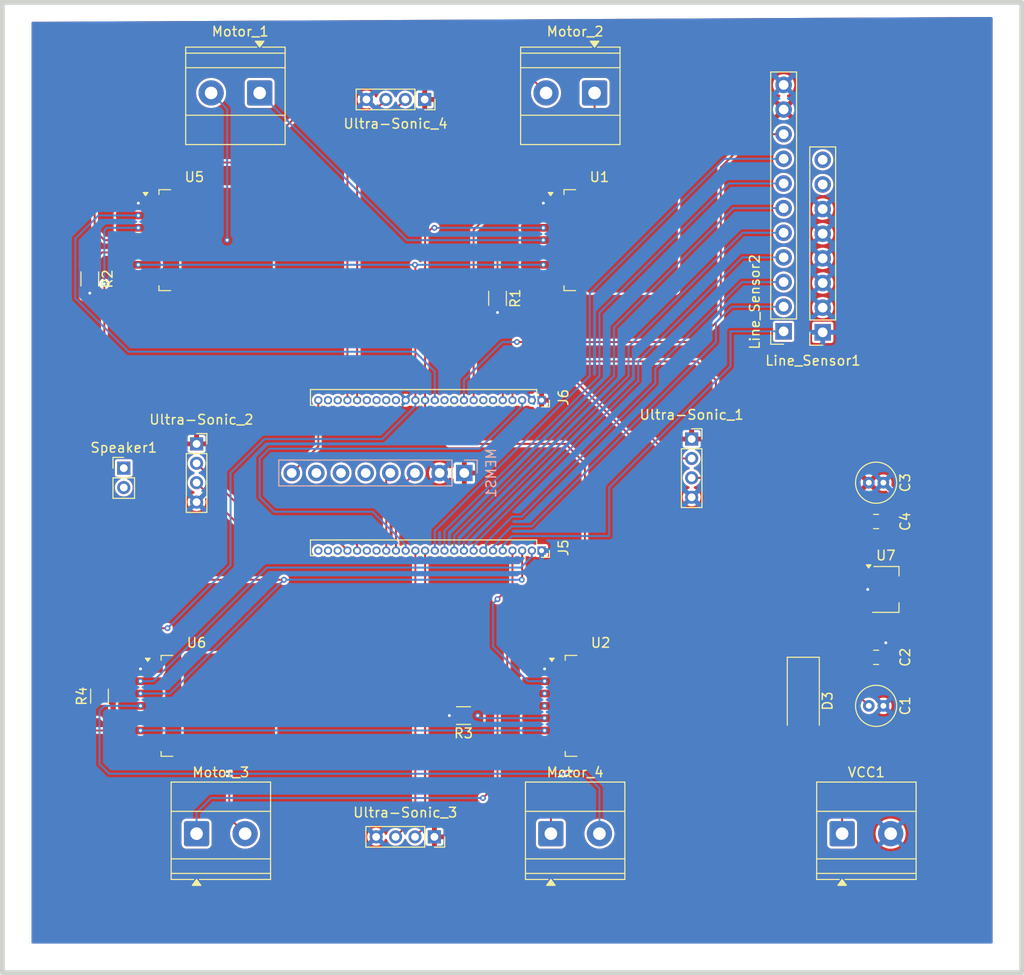
<source format=kicad_pcb>
(kicad_pcb (version 20241229) (generator "pcbnew") (generator_version "9.0")
  (layers (0 "F.Cu" signal) (2 "B.Cu" signal) (13 "F.Paste" user) (15 "B.Paste" user) (5 "F.SilkS" user "F.Silkscreen") (7 "B.SilkS" user "B.Silkscreen") (1 "F.Mask" user) (3 "B.Mask" user) (25 "Edge.Cuts" user))
  (net 0 "")
  (net 1 "Net-(D3-K)")
  (net 2 "GND")
  (net 3 "Motor 1-Out B")
  (net 4 "Motor 1-Out A")
  (net 5 "Motor 2-Out A")
  (net 6 "Motor 2-Out B")
  (net 7 "Motor 3-Out A")
  (net 8 "Motor 3-Out B")
  (net 9 "Motor 4-Out A")
  (net 10 "Motor 4-Out B")
  (net 26 "Net-(D3-A)")
  (net 27 "IS ")
  (net 28 "Net-(U1-SR)")
  (net 29 "PWM 1-Motor 1_2")
  (net 30 "Net-(U2-SR)")
  (net 31 "INH A")
  (net 32 "Net-(U5-SR)")
  (net 33 "Net-(U6-SR)")
  (net 34 "PWM 1-Motor 3_4")
  (net 35 "INH B")
  (net 36 "PWM 2-Motor 1_2")
  (net 37 "PWM 2-Motor 3_4")
  (net 38 "Speaker_'-'")
  (net 39 "Speaker_'+'")
  (net 40 "Vcc_5V")
  (net 41 "3.3V")
  (net 42 "PWM_INT")
  (net 45 "A{slash}D_2")
  (net 46 "A{slash}D_8")
  (net 47 "A{slash}D_4")
  (net 48 "LED_ON")
  (net 49 "A{slash}D_1")
  (net 50 "A{slash}D_7")
  (net 51 "A{slash}D_3")
  (net 52 "A{slash}D_6")
  (net 53 "A{slash}D_5")
  (net 57 "SDA")
  (net 58 "SCL")
  (net 59 "Echo_1")
  (net 60 "Trig_1")
  (net 61 "Trig_2")
  (net 62 "Echo_2")
  (net 63 "Echo_3")
  (net 64 "Trig_3")
  (net 65 "Trig_4")
  (net 66 "Echo_4")
  (footprint "Capacitor_SMD:C_0805_2012Metric_Pad1.18x1.45mm_HandSolder" (layer "F.Cu") (at 156 83)
    (property "Reference" "C2" (at 3 0 90) (layer "F.SilkS"))
    (property "Value" "0.3u")
    (pad "1" smd roundrect (at -1.0375 0) (size 1.175 1.45) (layers "F.Cu" "F.Mask" "F.Paste") (roundrect_rratio 0.212766) (net 1 "Net-(D3-K)"))
    (pad "2" smd roundrect (at 1.0375 0) (size 1.175 1.45) (layers "F.Cu" "F.Mask" "F.Paste") (roundrect_rratio 0.212766) (net 2 "GND"))
  )
  (footprint "Connector_PinSocket_1.00mm:PinSocket_1x24_P1.00mm_Vertical" (layer "F.Cu") (at 121.54 56.5 -90)
    (property "Reference" "J6" (at -0.29 -2.25 90) (layer "F.SilkS"))
    (property "Value" "Conn_01x24_Socket")
    (pad "1" thru_hole rect (at 0 0 270) (size 0.85 0.85) (drill 0.5) (layers "*.Cu" "*.Mask") (net 40 "Vcc_5V"))
    (pad "2" thru_hole circle (at 0 1 270) (size 0.85 0.85) (drill 0.5) (layers "*.Cu" "*.Mask") (net 2 "GND"))
    (pad "3" thru_hole circle (at 0 2 270) (size 0.85 0.85) (drill 0.5) (layers "*.Cu" "*.Mask") (net 41 "3.3V"))
    (pad "4" thru_hole circle (at 0 3 270) (size 0.85 0.85) (drill 0.5) (layers "*.Cu" "*.Mask") (net 60 "Trig_1"))
    (pad "5" thru_hole circle (at 0 4 270) (size 0.85 0.85) (drill 0.5) (layers "*.Cu" "*.Mask") (net 59 "Echo_1"))
    (pad "6" thru_hole circle (at 0 5 270) (size 0.85 0.85) (drill 0.5) (layers "*.Cu" "*.Mask"))
    (pad "7" thru_hole circle (at 0 6 270) (size 0.85 0.85) (drill 0.5) (layers "*.Cu" "*.Mask"))
    (pad "8" thru_hole circle (at 0 7 270) (size 0.85 0.85) (drill 0.5) (layers "*.Cu" "*.Mask") (net 29 "PWM 1-Motor 1_2"))
    (pad "9" thru_hole circle (at 0 8 270) (size 0.85 0.85) (drill 0.5) (layers "*.Cu" "*.Mask") (net 48 "LED_ON"))
    (pad "10" thru_hole circle (at 0 9 270) (size 0.85 0.85) (drill 0.5) (layers "*.Cu" "*.Mask"))
    (pad "11" thru_hole circle (at 0 10 270) (size 0.85 0.85) (drill 0.5) (layers "*.Cu" "*.Mask"))
    (pad "12" thru_hole circle (at 0 11 270) (size 0.85 0.85) (drill 0.5) (layers "*.Cu" "*.Mask") (net 36 "PWM 2-Motor 1_2"))
    (pad "13" thru_hole circle (at 0 12 270) (size 0.85 0.85) (drill 0.5) (layers "*.Cu" "*.Mask") (net 31 "INH A"))
    (pad "14" thru_hole circle (at 0 13 270) (size 0.85 0.85) (drill 0.5) (layers "*.Cu" "*.Mask") (net 27 "IS "))
    (pad "15" thru_hole circle (at 0 14 270) (size 0.85 0.85) (drill 0.5) (layers "*.Cu" "*.Mask") (net 2 "GND"))
    (pad "16" thru_hole circle (at 0 15 270) (size 0.85 0.85) (drill 0.5) (layers "*.Cu" "*.Mask"))
    (pad "17" thru_hole circle (at 0 16 270) (size 0.85 0.85) (drill 0.5) (layers "*.Cu" "*.Mask"))
    (pad "18" thru_hole circle (at 0 17 270) (size 0.85 0.85) (drill 0.5) (layers "*.Cu" "*.Mask"))
    (pad "19" thru_hole circle (at 0 18 270) (size 0.85 0.85) (drill 0.5) (layers "*.Cu" "*.Mask"))
    (pad "20" thru_hole circle (at 0 19 270) (size 0.85 0.85) (drill 0.5) (layers "*.Cu" "*.Mask") (net 65 "Trig_4"))
    (pad "21" thru_hole circle (at 0 20 270) (size 0.85 0.85) (drill 0.5) (layers "*.Cu" "*.Mask") (net 66 "Echo_4"))
    (pad "22" thru_hole circle (at 0 21 270) (size 0.85 0.85) (drill 0.5) (layers "*.Cu" "*.Mask"))
    (pad "23" thru_hole circle (at 0 22 270) (size 0.85 0.85) (drill 0.5) (layers "*.Cu" "*.Mask"))
    (pad "24" thru_hole circle (at 0 23 270) (size 0.85 0.85) (drill 0.5) (layers "*.Cu" "*.Mask") (net 42 "PWM_INT"))
  )
  (footprint "TerminalBlock_Phoenix:TerminalBlock_Phoenix_MKDS-1,5-2_1x02_P5.00mm_Horizontal" (layer "F.Cu") (at 152.5 101.1725)
    (property "Reference" "VCC1" (at 2.5 -6.32 0) (layer "F.SilkS"))
    (property "Value" "Screw_Terminal_01x02")
    (pad "1" thru_hole roundrect (at 0 0) (size 2.6 2.6) (drill 1.3) (layers "*.Cu" "*.Mask") (roundrect_rratio 0.096154) (net 26 "Net-(D3-A)"))
    (pad "2" thru_hole circle (at 5 0) (size 2.6 2.6) (drill 1.3) (layers "*.Cu" "*.Mask") (net 2 "GND"))
  )
  (footprint "Connector_PinHeader_2.00mm:PinHeader_1x02_P2.00mm_Vertical" (layer "F.Cu") (at 78.5 63.5)
    (property "Reference" "Speaker1" (at 0 -2.11 0) (layer "F.SilkS"))
    (property "Value" "Conn_01x02_Socket")
    (pad "1" thru_hole rect (at 0 0) (size 1.35 1.35) (drill 0.8) (layers "*.Cu" "*.Mask") (net 39 "Speaker_'+'"))
    (pad "2" thru_hole circle (at 0 2) (size 1.35 1.35) (drill 0.8) (layers "*.Cu" "*.Mask") (net 38 "Speaker_'-'"))
  )
  (footprint "Connector_PinSocket_2.00mm:PinSocket_1x04_P2.00mm_Vertical" (layer "F.Cu") (at 86 61)
    (property "Reference" "Ultra-Sonic_2" (at 0.5 -2.5 180) (layer "F.SilkS"))
    (property "Value" "Conn_01x04_Socket")
    (pad "1" thru_hole rect (at 0 0) (size 1.35 1.35) (drill 0.8) (layers "*.Cu" "*.Mask") (net 40 "Vcc_5V"))
    (pad "2" thru_hole circle (at 0 2) (size 1.35 1.35) (drill 0.8) (layers "*.Cu" "*.Mask") (net 61 "Trig_2"))
    (pad "3" thru_hole circle (at 0 4) (size 1.35 1.35) (drill 0.8) (layers "*.Cu" "*.Mask") (net 62 "Echo_2"))
    (pad "4" thru_hole circle (at 0 6) (size 1.35 1.35) (drill 0.8) (layers "*.Cu" "*.Mask") (net 2 "GND"))
  )
  (footprint "Package_TO_SOT_SMD:Infineon_PG-TO-220-7Lead_TabPin8" (layer "F.Cu") (at 87.0375 40)
    (property "Reference" "U5" (at -1.2625 -6.5 0) (layer "F.SilkS"))
    (property "Value" "BTS7960B")
    (pad "1" smd roundrect (at -7.0375 -3.81) (size 4.6 0.8) (layers "F.Cu" "F.Mask" "F.Paste") (net 2 "GND"))
    (pad "2" smd roundrect (at -7.0375 -2.54) (size 4.6 0.8) (layers "F.Cu" "F.Mask" "F.Paste") (net 36 "PWM 2-Motor 1_2"))
    (pad "3" smd roundrect (at -7.0375 -1.27) (size 4.6 0.8) (layers "F.Cu" "F.Mask" "F.Paste") (net 35 "INH B"))
    (pad "4" smd roundrect (at -7.0375 0) (size 4.6 0.8) (layers "F.Cu" "F.Mask" "F.Paste") (net 6 "Motor 2-Out B"))
    (pad "5" smd roundrect (at -7.0375 1.27) (size 4.6 0.8) (layers "F.Cu" "F.Mask" "F.Paste") (net 32 "Net-(U5-SR)"))
    (pad "6" smd roundrect (at -7.0375 2.54) (size 4.6 0.8) (layers "F.Cu" "F.Mask" "F.Paste") (net 27 "IS "))
    (pad "7" smd roundrect (at -7.0375 3.81) (size 4.6 0.8) (layers "F.Cu" "F.Mask" "F.Paste") (net 40 "Vcc_5V"))
    (pad "8" smd roundrect (at 2.1125 0) (size 9.4 10.8) (layers "F.Cu" "F.Mask") (roundrect_rratio 0.02659574468) (net 3 "Motor 1-Out B"))
  )
  (footprint "Connector_PinSocket_2.54mm:PinSocket_1x08_P2.54mm_Vertical" (layer "F.Cu") (at 150.5 49.5 180)
    (property "Reference" "Line_Sensor1" (at 1 -2.92 0) (layer "F.SilkS"))
    (property "Value" "Conn_01x08_Socket")
    (pad "1" thru_hole rect (at 0 0 180) (size 1.7 1.7) (drill 1) (layers "*.Cu" "*.Mask") (net 2 "GND"))
    (pad "2" thru_hole circle (at 0 2.54 180) (size 1.7 1.7) (drill 1) (layers "*.Cu" "*.Mask") (net 2 "GND"))
    (pad "3" thru_hole circle (at 0 5.08 180) (size 1.7 1.7) (drill 1) (layers "*.Cu" "*.Mask") (net 2 "GND"))
    (pad "4" thru_hole circle (at 0 7.62 180) (size 1.7 1.7) (drill 1) (layers "*.Cu" "*.Mask") (net 2 "GND"))
    (pad "5" thru_hole circle (at 0 10.16 180) (size 1.7 1.7) (drill 1) (layers "*.Cu" "*.Mask") (net 2 "GND"))
    (pad "6" thru_hole circle (at 0 12.7 180) (size 1.7 1.7) (drill 1) (layers "*.Cu" "*.Mask") (net 2 "GND"))
    (pad "7" thru_hole circle (at 0 15.24 180) (size 1.7 1.7) (drill 1) (layers "*.Cu" "*.Mask"))
    (pad "8" thru_hole circle (at 0 17.78 180) (size 1.7 1.7) (drill 1) (layers "*.Cu" "*.Mask"))
  )
  (footprint "Package_TO_SOT_SMD:SOT-89-3" (layer "F.Cu") (at 157 76)
    (property "Reference" "U7" (at 0 -3.5 0) (layer "F.SilkS"))
    (property "Value" "L78L05_SOT89")
    (pad "1" smd roundrect (at -1.95 -1.5) (size 1.3 0.9) (layers "F.Cu" "F.Mask" "F.Paste") (net 40 "Vcc_5V"))
    (pad "2" smd custom (at -1.8625 0) (size 1.475 0.9) (layers "F.Cu" "F.Mask" "F.Paste") (net 2 "GND") (options (clearance outline) (anchor rect)) (primitives (gr_poly (pts (xy 3.8625 0.8665) (xy 0.7375 0.8665) (xy 0.7375 -0.8665) (xy 3.8625 -0.8665)) (width 0) (fill yes))))
    (pad "3" smd roundrect (at -1.95 1.5) (size 1.3 0.9) (layers "F.Cu" "F.Mask" "F.Paste") (net 1 "Net-(D3-K)"))
  )
  (footprint "TerminalBlock_Phoenix:TerminalBlock_Phoenix_MKDS-1,5-2_1x02_P5.00mm_Horizontal" (layer "F.Cu") (at 92.5 24.8275 180)
    (property "Reference" "Motor_1" (at 2 6.3275 0) (layer "F.SilkS"))
    (property "Value" "Screw_Terminal_01x02")
    (pad "1" thru_hole roundrect (at 0 0 180) (size 2.6 2.6) (drill 1.3) (layers "*.Cu" "*.Mask") (roundrect_rratio 0.096154) (net 4 "Motor 1-Out A"))
    (pad "2" thru_hole circle (at 5 0 180) (size 2.6 2.6) (drill 1.3) (layers "*.Cu" "*.Mask") (net 3 "Motor 1-Out B"))
  )
  (footprint "Package_TO_SOT_SMD:Infineon_PG-TO-220-7Lead_TabPin8" (layer "F.Cu") (at 87.26 88)
    (property "Reference" "U6" (at -1.2625 -6.5 0) (layer "F.SilkS"))
    (property "Value" "BTS7960B")
    (pad "1" smd roundrect (at -7.0375 -3.81) (size 4.6 0.8) (layers "F.Cu" "F.Mask" "F.Paste") (net 2 "GND"))
    (pad "2" smd roundrect (at -7.0375 -2.54) (size 4.6 0.8) (layers "F.Cu" "F.Mask" "F.Paste") (net 37 "PWM 2-Motor 3_4"))
    (pad "3" smd roundrect (at -7.0375 -1.27) (size 4.6 0.8) (layers "F.Cu" "F.Mask" "F.Paste") (net 35 "INH B"))
    (pad "4" smd roundrect (at -7.0375 0) (size 4.6 0.8) (layers "F.Cu" "F.Mask" "F.Paste") (net 10 "Motor 4-Out B"))
    (pad "5" smd roundrect (at -7.0375 1.27) (size 4.6 0.8) (layers "F.Cu" "F.Mask" "F.Paste") (net 33 "Net-(U6-SR)"))
    (pad "6" smd roundrect (at -7.0375 2.54) (size 4.6 0.8) (layers "F.Cu" "F.Mask" "F.Paste") (net 27 "IS "))
    (pad "7" smd roundrect (at -7.0375 3.81) (size 4.6 0.8) (layers "F.Cu" "F.Mask" "F.Paste") (net 40 "Vcc_5V"))
    (pad "8" smd roundrect (at 2.1125 0) (size 9.4 10.8) (layers "F.Cu" "F.Mask") (roundrect_rratio 0.02659574468) (net 8 "Motor 3-Out B"))
  )
  (footprint "Resistor_SMD:R_1206_3216Metric" (layer "F.Cu") (at 113.5 89 180)
    (property "Reference" "R3" (at 0 -1.83 0) (layer "F.SilkS"))
    (property "Value" "1K")
    (pad "1" smd roundrect (at -1.4625 0 180) (size 1.125 1.75) (layers "F.Cu" "F.Mask" "F.Paste") (roundrect_rratio 0.222222) (net 30 "Net-(U2-SR)"))
    (pad "2" smd roundrect (at 1.4625 0 180) (size 1.125 1.75) (layers "F.Cu" "F.Mask" "F.Paste") (roundrect_rratio 0.222222) (net 2 "GND"))
  )
  (footprint "Connector_PinSocket_2.00mm:PinSocket_1x04_P2.00mm_Vertical" (layer "F.Cu") (at 110.5 101.5 -90)
    (property "Reference" "Ultra-Sonic_3" (at -2.5 3 0) (layer "F.SilkS"))
    (property "Value" "Conn_01x04_Socket")
    (pad "1" thru_hole rect (at 0 0 270) (size 1.35 1.35) (drill 0.8) (layers "*.Cu" "*.Mask") (net 40 "Vcc_5V"))
    (pad "2" thru_hole circle (at 0 2 270) (size 1.35 1.35) (drill 0.8) (layers "*.Cu" "*.Mask") (net 64 "Trig_3"))
    (pad "3" thru_hole circle (at 0 4 270) (size 1.35 1.35) (drill 0.8) (layers "*.Cu" "*.Mask") (net 63 "Echo_3"))
    (pad "4" thru_hole circle (at 0 6 270) (size 1.35 1.35) (drill 0.8) (layers "*.Cu" "*.Mask") (net 2 "GND"))
  )
  (footprint "Capacitor_THT:C_Radial_D4.0mm_H5.0mm_P1.50mm" (layer "F.Cu") (at 155.25 65)
    (property "Reference" "C3" (at 3.75 0 90) (layer "F.SilkS"))
    (property "Value" "C_US")
    (pad "1" thru_hole circle (at 0 0) (size 1.2 1.2) (drill 0.6) (layers "*.Cu" "*.Mask") (net 40 "Vcc_5V"))
    (pad "2" thru_hole circle (at 1.5 0) (size 1.2 1.2) (drill 0.6) (layers "*.Cu" "*.Mask") (net 2 "GND"))
  )
  (footprint "Diode_SMD:D_SMA_Handsoldering" (layer "F.Cu") (at 148.5 87.5 -90)
    (property "Reference" "D3" (at 0 -2.5 90) (layer "F.SilkS"))
    (property "Value" "D")
    (pad "1" smd roundrect (at -2.5 0 270) (size 3.5 1.8) (layers "F.Cu" "F.Mask" "F.Paste") (roundrect_rratio 0.1388888889) (net 1 "Net-(D3-K)"))
    (pad "2" smd roundrect (at 2.5 0 270) (size 3.5 1.8) (layers "F.Cu" "F.Mask" "F.Paste") (roundrect_rratio 0.1388888889) (net 26 "Net-(D3-A)"))
  )
  (footprint "Package_TO_SOT_SMD:Infineon_PG-TO-220-7Lead_TabPin8" (layer "F.Cu") (at 128.8875 88)
    (property "Reference" "U2" (at -1.2625 -6.5 0) (layer "F.SilkS"))
    (property "Value" "BTS7960B")
    (pad "1" smd roundrect (at -7.0375 -3.81) (size 4.6 0.8) (layers "F.Cu" "F.Mask" "F.Paste") (net 2 "GND"))
    (pad "2" smd roundrect (at -7.0375 -2.54) (size 4.6 0.8) (layers "F.Cu" "F.Mask" "F.Paste") (net 34 "PWM 1-Motor 3_4"))
    (pad "3" smd roundrect (at -7.0375 -1.27) (size 4.6 0.8) (layers "F.Cu" "F.Mask" "F.Paste") (net 31 "INH A"))
    (pad "4" smd roundrect (at -7.0375 0) (size 4.6 0.8) (layers "F.Cu" "F.Mask" "F.Paste") (net 7 "Motor 3-Out A"))
    (pad "5" smd roundrect (at -7.0375 1.27) (size 4.6 0.8) (layers "F.Cu" "F.Mask" "F.Paste") (net 30 "Net-(U2-SR)"))
    (pad "6" smd roundrect (at -7.0375 2.54) (size 4.6 0.8) (layers "F.Cu" "F.Mask" "F.Paste") (net 27 "IS "))
    (pad "7" smd roundrect (at -7.0375 3.81) (size 4.6 0.8) (layers "F.Cu" "F.Mask" "F.Paste") (net 40 "Vcc_5V"))
    (pad "8" smd roundrect (at 2.1125 0) (size 9.4 10.8) (layers "F.Cu" "F.Mask") (roundrect_rratio 0.02659574468) (net 9 "Motor 4-Out A"))
  )
  (footprint "Resistor_SMD:R_1206_3216Metric" (layer "F.Cu") (at 76 87 90)
    (property "Reference" "R4" (at 0 -1.83 90) (layer "F.SilkS"))
    (property "Value" "1K")
    (pad "1" smd roundrect (at -1.4625 0 90) (size 1.125 1.75) (layers "F.Cu" "F.Mask" "F.Paste") (roundrect_rratio 0.222222) (net 33 "Net-(U6-SR)"))
    (pad "2" smd roundrect (at 1.4625 0 90) (size 1.125 1.75) (layers "F.Cu" "F.Mask" "F.Paste") (roundrect_rratio 0.222222) (net 2 "GND"))
  )
  (footprint "TerminalBlock_Phoenix:TerminalBlock_Phoenix_MKDS-1,5-2_1x02_P5.00mm_Horizontal" (layer "F.Cu") (at 86 101.1725)
    (property "Reference" "Motor_3" (at 2.5 -6.32 0) (layer "F.SilkS"))
    (property "Value" "Screw_Terminal_01x02")
    (pad "1" thru_hole roundrect (at 0 0) (size 2.6 2.6) (drill 1.3) (layers "*.Cu" "*.Mask") (roundrect_rratio 0.096154) (net 7 "Motor 3-Out A"))
    (pad "2" thru_hole circle (at 5 0) (size 2.6 2.6) (drill 1.3) (layers "*.Cu" "*.Mask") (net 8 "Motor 3-Out B"))
  )
  (footprint "Connector_PinSocket_2.54mm:PinSocket_1x11_P2.54mm_Vertical" (layer "F.Cu") (at 146.475 49.4 180)
    (property "Reference" "Line_Sensor2" (at 2.975 3.04 90) (layer "F.SilkS"))
    (property "Value" "Conn_01x11_Socket")
    (pad "1" thru_hole rect (at 0 0 180) (size 1.7 1.7) (drill 1) (layers "*.Cu" "*.Mask") (net 49 "A{slash}D_1"))
    (pad "2" thru_hole circle (at 0 2.54 180) (size 1.7 1.7) (drill 1) (layers "*.Cu" "*.Mask") (net 45 "A{slash}D_2"))
    (pad "3" thru_hole circle (at 0 5.08 180) (size 1.7 1.7) (drill 1) (layers "*.Cu" "*.Mask") (net 51 "A{slash}D_3"))
    (pad "4" thru_hole circle (at 0 7.62 180) (size 1.7 1.7) (drill 1) (layers "*.Cu" "*.Mask") (net 47 "A{slash}D_4"))
    (pad "5" thru_hole circle (at 0 10.16 180) (size 1.7 1.7) (drill 1) (layers "*.Cu" "*.Mask") (net 53 "A{slash}D_5"))
    (pad "6" thru_hole circle (at 0 12.7 180) (size 1.7 1.7) (drill 1) (layers "*.Cu" "*.Mask") (net 52 "A{slash}D_6"))
    (pad "7" thru_hole circle (at 0 15.24 180) (size 1.7 1.7) (drill 1) (layers "*.Cu" "*.Mask") (net 50 "A{slash}D_7"))
    (pad "8" thru_hole circle (at 0 17.78 180) (size 1.7 1.7) (drill 1) (layers "*.Cu" "*.Mask") (net 46 "A{slash}D_8"))
    (pad "9" thru_hole circle (at 0 20.32 180) (size 1.7 1.7) (drill 1) (layers "*.Cu" "*.Mask") (net 48 "LED_ON"))
    (pad "10" thru_hole circle (at 0 22.86 180) (size 1.7 1.7) (drill 1) (layers "*.Cu" "*.Mask") (net 40 "Vcc_5V"))
    (pad "11" thru_hole circle (at 0 25.4 180) (size 1.7 1.7) (drill 1) (layers "*.Cu" "*.Mask") (net 2 "GND"))
  )
  (footprint "Capacitor_THT:C_Radial_D4.0mm_H5.0mm_P1.50mm" (layer "F.Cu") (at 155.25 88)
    (property "Reference" "C1" (at 3.75 0 90) (layer "F.SilkS"))
    (property "Value" "C_US")
    (pad "1" thru_hole circle (at 0 0) (size 1.2 1.2) (drill 0.6) (layers "*.Cu" "*.Mask") (net 1 "Net-(D3-K)"))
    (pad "2" thru_hole circle (at 1.5 0) (size 1.2 1.2) (drill 0.6) (layers "*.Cu" "*.Mask") (net 2 "GND"))
  )
  (footprint "Connector_PinSocket_2.00mm:PinSocket_1x04_P2.00mm_Vertical" (layer "F.Cu") (at 137 60.5)
    (property "Reference" "Ultra-Sonic_1" (at 0 -2.5 0) (layer "F.SilkS"))
    (property "Value" "Conn_01x04_Socket")
    (pad "1" thru_hole rect (at 0 0) (size 1.35 1.35) (drill 0.8) (layers "*.Cu" "*.Mask") (net 40 "Vcc_5V"))
    (pad "2" thru_hole circle (at 0 2) (size 1.35 1.35) (drill 0.8) (layers "*.Cu" "*.Mask") (net 60 "Trig_1"))
    (pad "3" thru_hole circle (at 0 4) (size 1.35 1.35) (drill 0.8) (layers "*.Cu" "*.Mask") (net 59 "Echo_1"))
    (pad "4" thru_hole circle (at 0 6) (size 1.35 1.35) (drill 0.8) (layers "*.Cu" "*.Mask") (net 2 "GND"))
  )
  (footprint "TerminalBlock_Phoenix:TerminalBlock_Phoenix_MKDS-1,5-2_1x02_P5.00mm_Horizontal" (layer "F.Cu") (at 122.5 101.1725)
    (property "Reference" "Motor_4" (at 2.5 -6.32 0) (layer "F.SilkS"))
    (property "Value" "Screw_Terminal_01x02")
    (pad "1" thru_hole roundrect (at 0 0) (size 2.6 2.6) (drill 1.3) (layers "*.Cu" "*.Mask") (roundrect_rratio 0.096154) (net 9 "Motor 4-Out A"))
    (pad "2" thru_hole circle (at 5 0) (size 2.6 2.6) (drill 1.3) (layers "*.Cu" "*.Mask") (net 10 "Motor 4-Out B"))
  )
  (footprint "TerminalBlock_Phoenix:TerminalBlock_Phoenix_MKDS-1,5-2_1x02_P5.00mm_Horizontal" (layer "F.Cu") (at 127 24.8275 180)
    (property "Reference" "Motor_2" (at 2 6.3275 0) (layer "F.SilkS"))
    (property "Value" "Screw_Terminal_01x02")
    (pad "1" thru_hole roundrect (at 0 0 180) (size 2.6 2.6) (drill 1.3) (layers "*.Cu" "*.Mask") (roundrect_rratio 0.096154) (net 5 "Motor 2-Out A"))
    (pad "2" thru_hole circle (at 5 0 180) (size 2.6 2.6) (drill 1.3) (layers "*.Cu" "*.Mask") (net 6 "Motor 2-Out B"))
  )
  (footprint "Resistor_SMD:R_1206_3216Metric" (layer "F.Cu") (at 75 44 -90)
    (property "Reference" "R2" (at 0 -1.83 90) (layer "F.SilkS"))
    (property "Value" "1K")
    (pad "1" smd roundrect (at -1.4625 0 270) (size 1.125 1.75) (layers "F.Cu" "F.Mask" "F.Paste") (roundrect_rratio 0.222222) (net 32 "Net-(U5-SR)"))
    (pad "2" smd roundrect (at 1.4625 0 270) (size 1.125 1.75) (layers "F.Cu" "F.Mask" "F.Paste") (roundrect_rratio 0.222222) (net 2 "GND"))
  )
  (footprint "Connector_PinSocket_1.00mm:PinSocket_1x24_P1.00mm_Vertical" (layer "F.Cu") (at 121.54 72 -90)
    (property "Reference" "J5" (at -0.29 -2.25 90) (layer "F.SilkS"))
    (property "Value" "Conn_01x24_Socket")
    (pad "1" thru_hole rect (at 0 0 270) (size 0.85 0.85) (drill 0.5) (layers "*.Cu" "*.Mask") (net 2 "GND"))
    (pad "2" thru_hole circle (at 0 1 270) (size 0.85 0.85) (drill 0.5) (layers "*.Cu" "*.Mask") (net 37 "PWM 2-Motor 3_4"))
    (pad "3" thru_hole circle (at 0 2 270) (size 0.85 0.85) (drill 0.5) (layers "*.Cu" "*.Mask") (net 35 "INH B"))
    (pad "4" thru_hole circle (at 0 3 270) (size 0.85 0.85) (drill 0.5) (layers "*.Cu" "*.Mask") (net 34 "PWM 1-Motor 3_4"))
    (pad "5" thru_hole circle (at 0 4 270) (size 0.85 0.85) (drill 0.5) (layers "*.Cu" "*.Mask") (net 49 "A{slash}D_1"))
    (pad "6" thru_hole circle (at 0 5 270) (size 0.85 0.85) (drill 0.5) (layers "*.Cu" "*.Mask") (net 45 "A{slash}D_2"))
    (pad "7" thru_hole circle (at 0 6 270) (size 0.85 0.85) (drill 0.5) (layers "*.Cu" "*.Mask") (net 51 "A{slash}D_3"))
    (pad "8" thru_hole circle (at 0 7 270) (size 0.85 0.85) (drill 0.5) (layers "*.Cu" "*.Mask") (net 47 "A{slash}D_4"))
    (pad "9" thru_hole circle (at 0 8 270) (size 0.85 0.85) (drill 0.5) (layers "*.Cu" "*.Mask") (net 53 "A{slash}D_5"))
    (pad "10" thru_hole circle (at 0 9 270) (size 0.85 0.85) (drill 0.5) (layers "*.Cu" "*.Mask") (net 52 "A{slash}D_6"))
    (pad "11" thru_hole circle (at 0 10 270) (size 0.85 0.85) (drill 0.5) (layers "*.Cu" "*.Mask") (net 50 "A{slash}D_7"))
    (pad "12" thru_hole circle (at 0 11 270) (size 0.85 0.85) (drill 0.5) (layers "*.Cu" "*.Mask") (net 46 "A{slash}D_8"))
    (pad "13" thru_hole circle (at 0 12 270) (size 0.85 0.85) (drill 0.5) (layers "*.Cu" "*.Mask") (net 64 "Trig_3"))
    (pad "14" thru_hole circle (at 0 13 270) (size 0.85 0.85) (drill 0.5) (layers "*.Cu" "*.Mask") (net 63 "Echo_3"))
    (pad "15" thru_hole circle (at 0 14 270) (size 0.85 0.85) (drill 0.5) (layers "*.Cu" "*.Mask") (net 41 "3.3V"))
    (pad "16" thru_hole circle (at 0 15 270) (size 0.85 0.85) (drill 0.5) (layers "*.Cu" "*.Mask") (net 58 "SCL"))
    (pad "17" thru_hole circle (at 0 16 270) (size 0.85 0.85) (drill 0.5) (layers "*.Cu" "*.Mask") (net 57 "SDA"))
    (pad "18" thru_hole circle (at 0 17 270) (size 0.85 0.85) (drill 0.5) (layers "*.Cu" "*.Mask"))
    (pad "19" thru_hole circle (at 0 18 270) (size 0.85 0.85) (drill 0.5) (layers "*.Cu" "*.Mask"))
    (pad "20" thru_hole circle (at 0 19 270) (size 0.85 0.85) (drill 0.5) (layers "*.Cu" "*.Mask") (net 61 "Trig_2"))
    (pad "21" thru_hole circle (at 0 20 270) (size 0.85 0.85) (drill 0.5) (layers "*.Cu" "*.Mask") (net 62 "Echo_2"))
    (pad "22" thru_hole circle (at 0 21 270) (size 0.85 0.85) (drill 0.5) (layers "*.Cu" "*.Mask"))
    (pad "23" thru_hole circle (at 0 22 270) (size 0.85 0.85) (drill 0.5) (layers "*.Cu" "*.Mask"))
    (pad "24" thru_hole circle (at 0 23 270) (size 0.85 0.85) (drill 0.5) (layers "*.Cu" "*.Mask"))
  )
  (footprint "Connector_PinSocket_2.00mm:PinSocket_1x04_P2.00mm_Vertical" (layer "F.Cu") (at 109.5 25.5 -90)
    (property "Reference" "Ultra-Sonic_4" (at 2.5 3 0) (layer "F.SilkS"))
    (property "Value" "Conn_01x04_Socket")
    (pad "1" thru_hole rect (at 0 0 270) (size 1.35 1.35) (drill 0.8) (layers "*.Cu" "*.Mask") (net 40 "Vcc_5V"))
    (pad "2" thru_hole circle (at 0 2 270) (size 1.35 1.35) (drill 0.8) (layers "*.Cu" "*.Mask") (net 65 "Trig_4"))
    (pad "3" thru_hole circle (at 0 4 270) (size 1.35 1.35) (drill 0.8) (layers "*.Cu" "*.Mask") (net 66 "Echo_4"))
    (pad "4" thru_hole circle (at 0 6 270) (size 1.35 1.35) (drill 0.8) (layers "*.Cu" "*.Mask") (net 2 "GND"))
  )
  (footprint "Resistor_SMD:R_1206_3216Metric" (layer "F.Cu") (at 117 46 -90)
    (property "Reference" "R1" (at 0 -1.83 90) (layer "F.SilkS"))
    (property "Value" "1K")
    (pad "1" smd roundrect (at -1.4625 0 270) (size 1.125 1.75) (layers "F.Cu" "F.Mask" "F.Paste") (roundrect_rratio 0.222222) (net 28 "Net-(U1-SR)"))
    (pad "2" smd roundrect (at 1.4625 0 270) (size 1.125 1.75) (layers "F.Cu" "F.Mask" "F.Paste") (roundrect_rratio 0.222222) (net 2 "GND"))
  )
  (footprint "Package_TO_SOT_SMD:Infineon_PG-TO-220-7Lead_TabPin8" (layer "F.Cu") (at 128.76 40)
    (property "Reference" "U1" (at -1.2625 -6.5 0) (layer "F.SilkS"))
    (property "Value" "BTS7960B")
    (pad "1" smd roundrect (at -7.0375 -3.81) (size 4.6 0.8) (layers "F.Cu" "F.Mask" "F.Paste") (net 2 "GND"))
    (pad "2" smd roundrect (at -7.0375 -2.54) (size 4.6 0.8) (layers "F.Cu" "F.Mask" "F.Paste") (net 29 "PWM 1-Motor 1_2"))
    (pad "3" smd roundrect (at -7.0375 -1.27) (size 4.6 0.8) (layers "F.Cu" "F.Mask" "F.Paste") (net 31 "INH A"))
    (pad "4" smd roundrect (at -7.0375 0) (size 4.6 0.8) (layers "F.Cu" "F.Mask" "F.Paste") (net 4 "Motor 1-Out A"))
    (pad "5" smd roundrect (at -7.0375 1.27) (size 4.6 0.8) (layers "F.Cu" "F.Mask" "F.Paste") (net 28 "Net-(U1-SR)"))
    (pad "6" smd roundrect (at -7.0375 2.54) (size 4.6 0.8) (layers "F.Cu" "F.Mask" "F.Paste") (net 27 "IS "))
    (pad "7" smd roundrect (at -7.0375 3.81) (size 4.6 0.8) (layers "F.Cu" "F.Mask" "F.Paste") (net 40 "Vcc_5V"))
    (pad "8" smd roundrect (at 2.1125 0) (size 9.4 10.8) (layers "F.Cu" "F.Mask") (roundrect_rratio 0.02659574468) (net 5 "Motor 2-Out A"))
  )
  (footprint "Capacitor_SMD:C_0805_2012Metric_Pad1.18x1.45mm_HandSolder" (layer "F.Cu") (at 156 69)
    (property "Reference" "C4" (at 3 0 90) (layer "F.SilkS"))
    (property "Value" "0.1u")
    (pad "1" smd roundrect (at -1.0375 0) (size 1.175 1.45) (layers "F.Cu" "F.Mask" "F.Paste") (roundrect_rratio 0.212766) (net 40 "Vcc_5V"))
    (pad "2" smd roundrect (at 1.0375 0) (size 1.175 1.45) (layers "F.Cu" "F.Mask" "F.Paste") (roundrect_rratio 0.212766) (net 2 "GND"))
  )
  (footprint "Connector_PinSocket_2.54mm:PinSocket_1x08_P2.54mm_Vertical" (layer "B.Cu") (at 113.58 64 90)
    (property "Reference" "MEMS1" (at 0 2.77 90) (layer "B.SilkS") (effects (justify mirror)))
    (property "Value" "Conn_01x08_Socket")
    (pad "1" thru_hole rect (at 0 0 90) (size 1.7 1.7) (drill 1) (layers "*.Cu" "*.Mask") (net 40 "Vcc_5V"))
    (pad "2" thru_hole circle (at 0 -2.54 90) (size 1.7 1.7) (drill 1) (layers "*.Cu" "*.Mask") (net 2 "GND"))
    (pad "3" thru_hole circle (at 0 -5.08 90) (size 1.7 1.7) (drill 1) (layers "*.Cu" "*.Mask") (net 58 "SCL"))
    (pad "4" thru_hole circle (at 0 -7.62 90) (size 1.7 1.7) (drill 1) (layers "*.Cu" "*.Mask") (net 57 "SDA"))
    (pad "5" thru_hole circle (at 0 -10.16 90) (size 1.7 1.7) (drill 1) (layers "*.Cu" "*.Mask"))
    (pad "6" thru_hole circle (at 0 -12.7 90) (size 1.7 1.7) (drill 1) (layers "*.Cu" "*.Mask"))
    (pad "7" thru_hole circle (at 0 -15.24 90) (size 1.7 1.7) (drill 1) (layers "*.Cu" "*.Mask"))
    (pad "8" thru_hole circle (at 0 -17.78 90) (size 1.7 1.7) (drill 1) (layers "*.Cu" "*.Mask") (net 42 "PWM_INT"))
  )
  (gr_rect (start 66 15.5) (end 171 115.5) (stroke (width 0.5)) (fill no) (layer "Edge.Cuts"))
  (segment (start 154 86.75) (end 155.25 88) (width 0.2) (layer "F.Cu") (net 1))
  (segment (start 154.9625 83) (end 154.9625 77.5875) (width 0.2) (layer "F.Cu") (net 1))
  (segment (start 149.5 85) (end 151.5 83) (width 0.2) (layer "F.Cu") (net 1))
  (segment (start 148.5 85) (end 149.5 85) (width 0.2) (layer "F.Cu") (net 1))
  (segment (start 154 83.9625) (end 154 86.75) (width 0.2) (layer "F.Cu") (net 1))
  (segment (start 154.9625 77.5875) (end 155.05 77.5) (width 0.2) (layer "F.Cu") (net 1))
  (segment (start 154.9625 83) (end 155 82.9625) (width 0.2) (layer "F.Cu") (net 1))
  (segment (start 154.9625 83) (end 154 83.9625) (width 0.2) (layer "F.Cu") (net 1))
  (segment (start 151.5 83) (end 154.9625 83) (width 0.2) (layer "F.Cu") (net 1))
  (segment (start 76.81 84.19) (end 80.2225 84.19) (width 0.2) (layer "F.Cu") (net 2))
  (segment (start 158 66.25) (end 158 68.0375) (width 0.2) (layer "F.Cu") (net 2))
  (segment (start 158 68.0375) (end 157.0375 69) (width 0.2) (layer "F.Cu") (net 2))
  (segment (start 76 85.5375) (end 76 85) (width 0.2) (layer "F.Cu") (net 2))
  (segment (start 76 85) (end 76.81 84.19) (width 0.2) (layer "F.Cu") (net 2))
  (segment (start 121.7225 36.19) (end 121.5325 36) (width 0.2) (layer "F.Cu") (net 2))
  (segment (start 156.75 65) (end 158 66.25) (width 0.2) (layer "F.Cu") (net 2))
  (segment (start 157 82.9625) (end 157.0375 83) (width 0.2) (layer "F.Cu") (net 2))
  (segment (start 156.75 83.2875) (end 157.0375 83) (width 0.2) (layer "F.Cu") (net 2))
  (segment (start 157.0375 69) (end 157.0375 69.0375) (width 0.2) (layer "F.Cu") (net 2))
  (segment (start 157 81.5) (end 157 82.9625) (width 0.2) (layer "F.Cu") (net 2))
  (via (at 155.1375 76) (size 0.6) (drill 0.3) (layers "F.Cu" "B.Cu") (net 2))
  (via (at 117 47.4625) (size 0.6) (drill 0.3) (layers "F.Cu" "B.Cu") (net 2))
  (via (at 80 36.19) (size 0.6) (drill 0.3) (layers "F.Cu" "B.Cu") (net 2))
  (via (at 80.2225 84.19) (size 0.6) (drill 0.3) (layers "F.Cu" "B.Cu") (net 2))
  (via (at 121.85 84.19) (size 0.6) (drill 0.3) (layers "F.Cu" "B.Cu") (net 2))
  (via (at 121.7225 36.19) (size 0.6) (drill 0.3) (layers "F.Cu" "B.Cu") (net 2))
  (via (at 157 81.5) (size 0.6) (drill 0.3) (layers "F.Cu" "B.Cu") (net 2))
  (via (at 75 45.4625) (size 0.6) (drill 0.3) (layers "F.Cu" "B.Cu") (net 2))
  (via (at 112.0375 89) (size 0.6) (drill 0.3) (layers "F.Cu" "B.Cu") (net 2))
  (segment (start 107.54 56.5) (end 107.54 56.54576) (width 0.2) (layer "B.Cu") (net 2))
  (segment (start 107.54 56.5) (end 107.54 56.57052) (width 0.2) (layer "B.Cu") (net 2))
  (segment (start 84.639 44.511) (end 89.15 40) (width 0.2) (layer "F.Cu") (net 3))
  (via (at 89.15 40) (size 0.6) (drill 0.3) (layers "F.Cu" "B.Cu") (net 3))
  (segment (start 87.5 24.8275) (end 89.15 26.4775) (width 0.2) (layer "B.Cu") (net 3))
  (segment (start 89.15 26.4775) (end 89.15 40) (width 0.2) (layer "B.Cu") (net 3))
  (via (at 121.7225 40) (size 0.6) (drill 0.3) (layers "F.Cu" "B.Cu") (net 4))
  (segment (start 121.7225 40) (end 107.6725 40) (width 0.2) (layer "B.Cu") (net 4))
  (segment (start 107.6725 40) (end 92.5 24.8275) (width 0.2) (layer "B.Cu") (net 4))
  (segment (start 127 24.8275) (end 127 36.1275) (width 0.2) (layer "F.Cu") (net 5))
  (segment (start 127 36.1275) (end 130.8725 40) (width 0.2) (layer "F.Cu") (net 5))
  (segment (start 91.5 32) (end 77.5 32) (width 0.2) (layer "F.Cu") (net 6))
  (segment (start 100.5 23) (end 91.5 32) (width 0.2) (layer "F.Cu") (net 6))
  (segment (start 75.5 39) (end 76.5 40) (width 0.2) (layer "F.Cu") (net 6))
  (segment (start 120.1725 23) (end 100.5 23) (width 0.2) (layer "F.Cu") (net 6))
  (segment (start 77.5 32) (end 75.5 34) (width 0.2) (layer "F.Cu") (net 6))
  (segment (start 122 24.8275) (end 120.1725 23) (width 0.2) (layer "F.Cu") (net 6))
  (segment (start 75.5 34) (end 75.5 39) (width 0.2) (layer "F.Cu") (net 6))
  (segment (start 76.5 40) (end 80 40) (width 0.2) (layer "F.Cu") (net 6))
  (segment (start 117 88.75) (end 117 96) (width 0.2) (layer "F.Cu") (net 7))
  (segment (start 117 96) (end 115.5 97.5) (width 0.2) (layer "F.Cu") (net 7))
  (segment (start 121.85 88) (end 117.75 88) (width 0.2) (layer "F.Cu") (net 7))
  (segment (start 117.75 88) (end 117 88.75) (width 0.2) (layer "F.Cu") (net 7))
  (via (at 121.85 88) (size 0.6) (drill 0.3) (layers "F.Cu" "B.Cu") (net 7))
  (via (at 115.5 97.5) (size 0.6) (drill 0.3) (layers "F.Cu" "B.Cu") (net 7))
  (segment (start 87 98) (end 87.5 97.5) (width 0.2) (layer "B.Cu") (net 7))
  (segment (start 87.5 97.5) (end 115.5 97.5) (width 0.2) (layer "B.Cu") (net 7))
  (segment (start 86 99) (end 87 98) (width 0.2) (layer "B.Cu") (net 7))
  (segment (start 86 101.1725) (end 86 99) (width 0.2) (layer "B.Cu") (net 7))
  (segment (start 91 101.1725) (end 89.3725 99.545) (width 0.2) (layer "F.Cu") (net 8))
  (segment (start 89.3725 99.545) (end 89.3725 88) (width 0.2) (layer "F.Cu") (net 8))
  (segment (start 122.5 96.5) (end 131 88) (width 0.2) (layer "F.Cu") (net 9))
  (segment (start 122.5 101.1725) (end 122.5 96.5) (width 0.2) (layer "F.Cu") (net 9))
  (via (at 80.2225 88) (size 0.6) (drill 0.3) (layers "F.Cu" "B.Cu") (net 10))
  (segment (start 76.5 88) (end 76 88.5) (width 0.2) (layer "B.Cu") (net 10))
  (segment (start 76 94) (end 77 95) (width 0.2) (layer "B.Cu") (net 10))
  (segment (start 76 88.5) (end 76 94) (width 0.2) (layer "B.Cu") (net 10))
  (segment (start 127.5 96.5) (end 127.5 101.1725) (width 0.2) (layer "B.Cu") (net 10))
  (segment (start 80.2225 88) (end 76.5 88) (width 0.2) (layer "B.Cu") (net 10))
  (segment (start 77 95) (end 126 95) (width 0.2) (layer "B.Cu") (net 10))
  (segment (start 126 95) (end 127.5 96.5) (width 0.2) (layer "B.Cu") (net 10))
  (segment (start 152.5 94) (end 148.5 90) (width 0.2) (layer "F.Cu") (net 26))
  (segment (start 152.5 101.1725) (end 152.5 94) (width 0.2) (layer "F.Cu") (net 26))
  (segment (start 108.54 42.58) (end 108.5 42.54) (width 0.2) (layer "F.Cu") (net 27))
  (segment (start 83 80) (end 76.5 80) (width 0.2) (layer "F.Cu") (net 27))
  (segment (start 76.5 80) (end 74 82.5) (width 0.2) (layer "F.Cu") (net 27))
  (segment (start 108.54 56.5) (end 108.54 42.58) (width 0.2) (layer "F.Cu") (net 27))
  (segment (start 74 82.5) (end 74 89.5) (width 0.2) (layer "F.Cu") (net 27))
  (segment (start 74 89.5) (end 75.04 90.54) (width 0.2) (layer "F.Cu") (net 27))
  (segment (start 75.04 90.54) (end 80.2225 90.54) (width 0.2) (layer "F.Cu") (net 27))
  (via (at 80.2225 90.54) (size 0.6) (drill 0.3) (layers "F.Cu" "B.Cu") (net 27))
  (via (at 108.5 42.54) (size 0.6) (drill 0.3) (layers "F.Cu" "B.Cu") (net 27))
  (via (at 121.7225 42.54) (size 0.6) (drill 0.3) (layers "F.Cu" "B.Cu") (net 27))
  (via (at 83 80) (size 0.6) (drill 0.3) (layers "F.Cu" "B.Cu") (net 27))
  (via (at 121.85 90.54) (size 0.6) (drill 0.3) (layers "F.Cu" "B.Cu") (net 27))
  (via (at 80 42.54) (size 0.6) (drill 0.3) (layers "F.Cu" "B.Cu") (net 27))
  (segment (start 89.5 64) (end 89.5 73.5) (width 0.2) (layer "B.Cu") (net 27))
  (segment (start 105.14104 60.5) (end 93 60.5) (width 0.2) (layer "B.Cu") (net 27))
  (segment (start 108.54 56.5) (end 108.54 57.10104) (width 0.2) (layer "B.Cu") (net 27))
  (segment (start 93 60.5) (end 89.5 64) (width 0.2) (layer "B.Cu") (net 27))
  (segment (start 121.7225 42.54) (end 108.5 42.54) (width 0.2) (layer "B.Cu") (net 27))
  (segment (start 108.5 42.54) (end 80 42.54) (width 0.2) (layer "B.Cu") (net 27))
  (segment (start 89.5 73.5) (end 83 80) (width 0.2) (layer "B.Cu") (net 27))
  (segment (start 108.54 57.10104) (end 105.14104 60.5) (width 0.2) (layer "B.Cu") (net 27))
  (segment (start 80.2225 90.54) (end 121.85 90.54) (width 0.2) (layer "B.Cu") (net 27))
  (segment (start 117.73 41.27) (end 121.7225 41.27) (width 0.2) (layer "F.Cu") (net 28))
  (segment (start 117 44.5375) (end 117 42) (width 0.2) (layer "F.Cu") (net 28))
  (segment (start 117 42) (end 117.73 41.27) (width 0.2) (layer "F.Cu") (net 28))
  (segment (start 114.54 38.96) (end 114.54 56.5) (width 0.2) (layer "F.Cu") (net 29))
  (segment (start 116.04 37.46) (end 114.54 38.96) (width 0.2) (layer "F.Cu") (net 29))
  (segment (start 121.7225 37.46) (end 116.04 37.46) (width 0.2) (layer "F.Cu") (net 29))
  (segment (start 121.85 89.27) (end 121.58 89) (width 0.2) (layer "F.Cu") (net 30))
  (segment (start 115.2325 89.27) (end 114.9625 89) (width 0.2) (layer "F.Cu") (net 30))
  (via (at 114.9625 89) (size 0.6) (drill 0.3) (layers "F.Cu" "B.Cu") (net 30))
  (via (at 121.85 89.27) (size 0.6) (drill 0.3) (layers "F.Cu" "B.Cu") (net 30))
  (segment (start 115.2325 89.27) (end 114.9625 89) (width 0.2) (layer "B.Cu") (net 30))
  (segment (start 121.85 89.27) (end 115.2325 89.27) (width 0.2) (layer "B.Cu") (net 30))
  (segment (start 110.27 38.73) (end 109.54 39.46) (width 0.2) (layer "F.Cu") (net 31))
  (segment (start 110.5 38.73) (end 110.27 38.73) (width 0.2) (layer "F.Cu") (net 31))
  (segment (start 118 86.5) (end 118 79.5) (width 0.2) (layer "F.Cu") (net 31))
  (segment (start 112 61) (end 109.54 58.54) (width 0.2) (layer "F.Cu") (net 31))
  (segment (start 118.23 86.73) (end 118 86.5) (width 0.2) (layer "F.Cu") (net 31))
  (segment (start 109.54 39.46) (end 109.54 56.5) (width 0.2) (layer "F.Cu") (net 31))
  (segment (start 126 79) (end 126 63) (width 0.2) (layer "F.Cu") (net 31))
  (segment (start 124 61) (end 112 61) (width 0.2) (layer "F.Cu") (net 31))
  (segment (start 126 63) (end 124 61) (width 0.2) (layer "F.Cu") (net 31))
  (segment (start 121.85 86.73) (end 118.23 86.73) (width 0.2) (layer "F.Cu") (net 31))
  (segment (start 118 79.5) (end 118.5 79) (width 0.2) (layer "F.Cu") (net 31))
  (segment (start 109.54 58.54) (end 109.54 56.5) (width 0.2) (layer "F.Cu") (net 31))
  (segment (start 118.5 79) (end 126 79) (width 0.2) (layer "F.Cu") (net 31))
  (via (at 121.7225 38.73) (size 0.6) (drill 0.3) (layers "F.Cu" "B.Cu") (net 31))
  (via (at 110.5 38.73) (size 0.6) (drill 0.3) (layers "F.Cu" "B.Cu") (net 31))
  (via (at 121.85 86.73) (size 0.6) (drill 0.3) (layers "F.Cu" "B.Cu") (net 31))
  (segment (start 110.5 38.73) (end 121.7225 38.73) (width 0.2) (layer "B.Cu") (net 31))
  (segment (start 75 42.5375) (end 76.2675 41.27) (width 0.2) (layer "F.Cu") (net 32))
  (segment (start 76.2675 41.27) (end 80 41.27) (width 0.2) (layer "F.Cu") (net 32))
  (segment (start 80.2225 89.27) (end 76.5 89.27) (width 0.2) (layer "F.Cu") (net 33))
  (segment (start 76 88.4625) (end 76 88.77) (width 0.2) (layer "F.Cu") (net 33))
  (segment (start 76 88.77) (end 76.5 89.27) (width 0.2) (layer "F.Cu") (net 33))
  (segment (start 118.54 75.46) (end 117 77) (width 0.2) (layer "F.Cu") (net 34))
  (segment (start 118.54 72) (end 118.54 75.46) (width 0.2) (layer "F.Cu") (net 34))
  (segment (start 120.105936 85.46) (end 121.85 85.46) (width 0.2) (layer "F.Cu") (net 34))
  (via (at 121.85 85.46) (size 0.6) (drill 0.3) (layers "F.Cu" "B.Cu") (net 34))
  (via (at 117 77) (size 0.6) (drill 0.3) (layers "F.Cu" "B.Cu") (net 34))
  (segment (start 117 77) (end 116.54 77.46) (width 0.2) (layer "B.Cu") (net 34))
  (segment (start 121.85 85.46) (end 120.105936 85.46) (width 0.2) (layer "B.Cu") (net 34))
  (segment (start 116.54 81.894064) (end 120.105936 85.46) (width 0.2) (layer "B.Cu") (net 34))
  (segment (start 116.54 77.46) (end 116.54 81.894064) (width 0.2) (layer "B.Cu") (net 34))
  (segment (start 119.54 72) (end 119.54 74.96) (width 0.2) (layer "F.Cu") (net 35))
  (segment (start 76.5 44.5) (end 76.5 54.5) (width 0.2) (layer "F.Cu") (net 35))
  (segment (start 95 75) (end 83.5 75) (width 0.2) (layer "F.Cu") (net 35))
  (segment (start 82.5 60.5) (end 82.5 74) (width 0.2) (layer "F.Cu") (net 35))
  (segment (start 83.5 75) (end 82.5 74) (width 0.2) (layer "F.Cu") (net 35))
  (segment (start 119.54 74.96) (end 119.5 75) (width 0.2) (layer "F.Cu") (net 35))
  (segment (start 76.5 54.5) (end 82.5 60.5) (width 0.2) (layer "F.Cu") (net 35))
  (via (at 80 38.73) (size 0.6) (drill 0.3) (layers "F.Cu" "B.Cu") (net 35))
  (via (at 80.2225 86.73) (size 0.6) (drill 0.3) (layers "F.Cu" "B.Cu") (net 35))
  (via (at 95 75) (size 0.6) (drill 0.3) (layers "F.Cu" "B.Cu") (net 35))
  (via (at 76.5 44.5) (size 0.6) (drill 0.3) (layers "F.Cu" "B.Cu") (net 35))
  (via (at 119.5 75) (size 0.6) (drill 0.3) (layers "F.Cu" "B.Cu") (net 35))
  (segment (start 80 38.73) (end 76.77 38.73) (width 0.2) (layer "B.Cu") (net 35))
  (segment (start 76.77 38.73) (end 76.5 39) (width 0.2) (layer "B.Cu") (net 35))
  (segment (start 80.2225 86.73) (end 83.27 86.73) (width 0.2) (layer "B.Cu") (net 35))
  (segment (start 83.27 86.73) (end 95 75) (width 0.2) (layer "B.Cu") (net 35))
  (segment (start 76.5 39) (end 76.5 44.5) (width 0.2) (layer "B.Cu") (net 35))
  (segment (start 95 75) (end 119.5 75) (width 0.2) (layer "B.Cu") (net 35))
  (via (at 80 37.46) (size 0.6) (drill 0.3) (layers "F.Cu" "B.Cu") (net 36))
  (segment (start 110.54 53.54) (end 110.54 56.5) (width 0.2) (layer "B.Cu") (net 36))
  (segment (start 73.5 46) (end 79 51.5) (width 0.2) (layer "B.Cu") (net 36))
  (segment (start 80 37.46) (end 75.888092 37.46) (width 0.2) (layer "B.Cu") (net 36))
  (segment (start 108.5 51.5) (end 110.54 53.54) (width 0.2) (layer "B.Cu") (net 36))
  (segment (start 73.5 39.848092) (end 73.5 46) (width 0.2) (layer "B.Cu") (net 36))
  (segment (start 79 51.5) (end 108.5 51.5) (width 0.2) (layer "B.Cu") (net 36))
  (segment (start 75.888092 37.46) (end 73.5 39.848092) (width 0.2) (layer "B.Cu") (net 36))
  (via (at 80.2225 85.46) (size 0.6) (drill 0.3) (layers "F.Cu" "B.Cu") (net 37))
  (via (at 80.2225 85.46) (size 0.6) (drill 0.3) (layers "F.Cu" "B.Cu") (net 37))
  (segment (start 93.25 73.75) (end 81.54 85.46) (width 0.2) (layer "B.Cu") (net 37))
  (segment (start 119.39104 73.75) (end 93.25 73.75) (width 0.2) (layer "B.Cu") (net 37))
  (segment (start 120.54 72) (end 120.54 72.60104) (width 0.2) (layer "B.Cu") (net 37))
  (segment (start 81.54 85.46) (end 80.2225 85.46) (width 0.2) (layer "B.Cu") (net 37))
  (segment (start 120.54 72.60104) (end 119.39104 73.75) (width 0.2) (layer "B.Cu") (net 37))
  (segment (start 155 69.5375) (end 154.9625 69.5) (width 0.2) (layer "F.Cu") (net 40))
  (segment (start 154.9625 69.5) (end 154.9625 69) (width 0.2) (layer "F.Cu") (net 40))
  (segment (start 155.05 74.5) (end 154.9625 74.4125) (width 0.2) (layer "F.Cu") (net 40))
  (segment (start 119.54 57.10104) (end 115.14104 61.5) (width 0.2) (layer "B.Cu") (net 41))
  (segment (start 115.14104 61.5) (end 93.5 61.5) (width 0.2) (layer "B.Cu") (net 41))
  (segment (start 94 68) (end 104.14104 68) (width 0.2) (layer "B.Cu") (net 41))
  (segment (start 107.54 71.39896) (end 107.54 72) (width 0.2) (layer "B.Cu") (net 41))
  (segment (start 92.5 62.5) (end 92.5 66.5) (width 0.2) (layer "B.Cu") (net 41))
  (segment (start 92.5 66.5) (end 94 68) (width 0.2) (layer "B.Cu") (net 41))
  (segment (start 93.5 61.5) (end 92.5 62.5) (width 0.2) (layer "B.Cu") (net 41))
  (segment (start 119.54 56.5) (end 119.54 57.10104) (width 0.2) (layer "B.Cu") (net 41))
  (segment (start 104.14104 68) (end 107.54 71.39896) (width 0.2) (layer "B.Cu") (net 41))
  (segment (start 98.54 61.26) (end 98.54 56.5) (width 0.2) (layer "F.Cu") (net 42))
  (segment (start 95.8 64) (end 98.54 61.26) (width 0.2) (layer "F.Cu") (net 42))
  (segment (start 116.54 71.599) (end 116.54 72) (width 0.2) (layer "B.Cu") (net 45))
  (segment (start 117.139 70.82745) (end 117.139 71) (width 0.2) (layer "B.Cu") (net 45))
  (segment (start 146.475 46.86) (end 141.14 46.86) (width 0.2) (layer "B.Cu") (net 45))
  (segment (start 116.814 72) (end 116.54 72) (width 0.2) (layer "B.Cu") (net 45))
  (segment (start 139.5 50.5) (end 120.5 69.5) (width 0.2) (layer "B.Cu") (net 45))
  (segment (start 117.139 71) (end 116.54 71.599) (width 0.2) (layer "B.Cu") (net 45))
  (segment (start 139.5 48.5) (end 139.5 50.5) (width 0.2) (layer "B.Cu") (net 45))
  (segment (start 120.5 69.5) (end 118.46645 69.5) (width 0.2) (layer "B.Cu") (net 45))
  (segment (start 118.46645 69.5) (end 117.139 70.82745) (width 0.2) (layer "B.Cu") (net 45))
  (segment (start 141.14 46.86) (end 139.5 48.5) (width 0.2) (layer "B.Cu") (net 45))
  (segment (start 126.5 54) (end 110.54 69.96) (width 0.2) (layer "B.Cu") (net 46))
  (segment (start 126.5 45.5) (end 126.5 54) (width 0.2) (layer "B.Cu") (net 46))
  (segment (start 110.54 69.96) (end 110.54 72) (width 0.2) (layer "B.Cu") (net 46))
  (segment (start 146.475 31.62) (end 140.38 31.62) (width 0.2) (layer "B.Cu") (net 46))
  (segment (start 140.38 31.62) (end 126.5 45.5) (width 0.2) (layer "B.Cu") (net 46))
  (segment (start 131.5 54.5) (end 114.54 71.46) (width 0.2) (layer "B.Cu") (net 47))
  (segment (start 114.54 71.46) (end 114.54 72) (width 0.2) (layer "B.Cu") (net 47))
  (segment (start 142.22 41.78) (end 131.5 52.5) (width 0.2) (layer "B.Cu") (net 47))
  (segment (start 131.5 52.5) (end 131.5 54.5) (width 0.2) (layer "B.Cu") (net 47))
  (segment (start 146.475 41.78) (end 142.22 41.78) (width 0.2) (layer "B.Cu") (net 47))
  (segment (start 143.42 29.08) (end 140 32.5) (width 0.2) (layer "F.Cu") (net 48))
  (segment (start 146.475 29.08) (end 143.42 29.08) (width 0.2) (layer "F.Cu") (net 48))
  (segment (start 140 48) (end 137.5 50.5) (width 0.2) (layer "F.Cu") (net 48))
  (segment (start 137.5 50.5) (end 119 50.5) (width 0.2) (layer "F.Cu") (net 48))
  (segment (start 140 32.5) (end 140 48) (width 0.2) (layer "F.Cu") (net 48))
  (via (at 119 50.5) (size 0.6) (drill 0.3) (layers "F.Cu" "B.Cu") (net 48))
  (segment (start 119 50.5) (end 117.5 50.5) (width 0.2) (layer "B.Cu") (net 48))
  (segment (start 117.5 50.5) (end 113.54 54.46) (width 0.2) (layer "B.Cu") (net 48))
  (segment (start 113.54 54.46) (end 113.54 56.5) (width 0.2) (layer "B.Cu") (net 48))
  (segment (start 128.5 65.5) (end 141 53) (width 0.2) (layer "B.Cu") (net 49))
  (segment (start 117.54 72) (end 117.54 71.46) (width 0.2) (layer "B.Cu") (net 49))
  (segment (start 146.475 49.4) (end 141 49.4) (width 0.2) (layer "B.Cu") (net 49))
  (segment (start 128.5 70.5) (end 128.5 65.5) (width 0.2) (layer "B.Cu") (net 49))
  (segment (start 118.5 70.5) (end 128.5 70.5) (width 0.2) (layer "B.Cu") (net 49))
  (segment (start 117.54 71.46) (end 118.5 70.5) (width 0.2) (layer "B.Cu") (net 49))
  (segment (start 141 53) (end 141 49.4) (width 0.2) (layer "B.Cu") (net 49))
  (segment (start 140.84 34.16) (end 127.5 47.5) (width 0.2) (layer "B.Cu") (net 50))
  (segment (start 127.5 47.5) (end 127.5 54) (width 0.2) (layer "B.Cu") (net 50))
  (segment (start 111.54 69.96) (end 111.54 72) (width 0.2) (layer "B.Cu") (net 50))
  (segment (start 146.475 34.16) (end 140.84 34.16) (width 0.2) (layer "B.Cu") (net 50))
  (segment (start 127.5 54) (end 111.54 69.96) (width 0.2) (layer "B.Cu") (net 50))
  (segment (start 115.814 71.186) (end 115.814 72) (width 0.2) (layer "B.Cu") (net 51))
  (segment (start 146.475 44.32) (end 142.18 44.32) (width 0.2) (layer "B.Cu") (net 51))
  (segment (start 115.814 72) (end 115.54 72) (width 0.2) (layer "B.Cu") (net 51))
  (segment (start 119.5 68.5) (end 118.5 68.5) (width 0.2) (layer "B.Cu") (net 51))
  (segment (start 142.18 44.32) (end 133.25 53.25) (width 0.2) (layer "B.Cu") (net 51))
  (segment (start 133.25 54.75) (end 119.5 68.5) (width 0.2) (layer "B.Cu") (net 51))
  (segment (start 118.5 68.5) (end 115.814 71.186) (width 0.2) (layer "B.Cu") (net 51))
  (segment (start 133.25 53.25) (end 133.25 54.75) (width 0.2) (layer "B.Cu") (net 51))
  (segment (start 112.54 72) (end 112.54 70.46) (width 0.2) (layer "B.Cu") (net 52))
  (segment (start 112.54 70.46) (end 129 54) (width 0.2) (layer "B.Cu") (net 52))
  (segment (start 129 54) (end 129 49) (width 0.2) (layer "B.Cu") (net 52))
  (segment (start 141.3 36.7) (end 146.475 36.7) (width 0.2) (layer "B.Cu") (net 52))
  (segment (start 129 49) (end 141.3 36.7) (width 0.2) (layer "B.Cu") (net 52))
  (segment (start 146.475 39.24) (end 142.26 39.24) (width 0.2) (layer "B.Cu") (net 53))
  (segment (start 142.26 39.24) (end 130.5 51) (width 0.2) (layer "B.Cu") (net 53))
  (segment (start 130.5 54) (end 113.54 70.96) (width 0.2) (layer "B.Cu") (net 53))
  (segment (start 113.54 70.96) (end 113.54 72) (width 0.2) (layer "B.Cu") (net 53))
  (segment (start 130.5 51) (end 130.5 54) (width 0.2) (layer "B.Cu") (net 53))
  (segment (start 105.96 64) (end 105.54 64.42) (width 0.2) (layer "F.Cu") (net 57))
  (segment (start 105.54 64.42) (end 105.54 72) (width 0.2) (layer "F.Cu") (net 57))
  (segment (start 106.54 72) (end 106.54 65.96) (width 0.2) (layer "F.Cu") (net 58))
  (segment (start 106.54 65.96) (end 108.5 64) (width 0.2) (layer "F.Cu") (net 58))
  (segment (start 139.5 54.4329) (end 139.5 64) (width 0.2) (layer "F.Cu") (net 59))
  (segment (start 137.5671 52.5) (end 139.5 54.4329) (width 0.2) (layer "F.Cu") (net 59))
  (segment (start 139 64.5) (end 137 64.5) (width 0.2) (layer "F.Cu") (net 59))
  (segment (start 139.5 64) (end 139 64.5) (width 0.2) (layer "F.Cu") (net 59))
  (segment (start 117.54 56.5) (end 117.54 54.46) (width 0.2) (layer "F.Cu") (net 59))
  (segment (start 119.5 52.5) (end 137.5671 52.5) (width 0.2) (layer "F.Cu") (net 59))
  (segment (start 117.54 54.46) (end 119.5 52.5) (width 0.2) (layer "F.Cu") (net 59))
  (segment (start 118.54 54.96) (end 118.54 56.5) (width 0.2) (layer "F.Cu") (net 60))
  (segment (start 120 53.5) (end 118.54 54.96) (width 0.2) (layer "F.Cu") (net 60))
  (segment (start 132.5 60) (end 130.5 60) (width 0.2) (layer "F.Cu") (net 60))
  (segment (start 130.5 60) (end 124 53.5) (width 0.2) (layer "F.Cu") (net 60))
  (segment (start 135 62.5) (end 132.5 60) (width 0.2) (layer "F.Cu") (net 60))
  (segment (start 124 53.5) (end 120 53.5) (width 0.2) (layer "F.Cu") (net 60))
  (segment (start 137 62.5) (end 135 62.5) (width 0.2) (layer "F.Cu") (net 60))
  (segment (start 102.54 71.39896) (end 102.54 72) (width 0.2) (layer "F.Cu") (net 61))
  (segment (start 100.14104 69) (end 102.54 71.39896) (width 0.2) (layer "F.Cu") (net 61))
  (segment (start 86 63) (end 92 69) (width 0.2) (layer "F.Cu") (net 61))
  (segment (start 92 69) (end 100.14104 69) (width 0.2) (layer "F.Cu") (net 61))
  (segment (start 101.54 71.97328) (end 101.54 72) (width 0.2) (layer "F.Cu") (net 62))
  (segment (start 99.56672 70) (end 101.54 71.97328) (width 0.2) (layer "F.Cu") (net 62))
  (segment (start 86 65) (end 91 70) (width 0.2) (layer "F.Cu") (net 62))
  (segment (start 91 70) (end 99.56672 70) (width 0.2) (layer "F.Cu") (net 62))
  (segment (start 106.5 101.5) (end 108.54 99.46) (width 0.2) (layer "F.Cu") (net 63))
  (segment (start 108.54 99.46) (end 108.54 72) (width 0.2) (layer "F.Cu") (net 63))
  (segment (start 109.54 100.46) (end 109.54 72) (width 0.2) (layer "F.Cu") (net 64))
  (segment (start 108.5 101.5) (end 109.54 100.46) (width 0.2) (layer "F.Cu") (net 64))
  (segment (start 102.54 30.46) (end 102.54 56.5) (width 0.2) (layer "F.Cu") (net 65))
  (segment (start 107.5 25.5) (end 102.54 30.46) (width 0.2) (layer "F.Cu") (net 65))
  (segment (start 101.54 29.46) (end 101.54 56.5) (width 0.2) (layer "F.Cu") (net 66))
  (segment (start 105.5 25.5) (end 101.54 29.46) (width 0.2) (layer "F.Cu") (net 66))
  (zone (net 40) (net_name "Vcc_5V") (layer "F.Cu") (name "VCC") (connect_pads (clearance 0.25)) (min_thickness 0.25) (fill yes (thermal_gap 0.5) (thermal_bridge_width 0.5))
    (polygon (pts (xy 69.5 17.5) (xy 168 17) (xy 168 112.5) (xy 69 112.5) (xy 69 17.5)))
  )
  (zone (net 2) (net_name "GND") (layer "B.Cu") (name "GND") (connect_pads (clearance 0.25)) (min_thickness 0.25) (fill yes (thermal_gap 0.5) (thermal_bridge_width 0.5) (island_removal_mode 1) (island_area_min 10))
    (polygon (pts (xy 69.5 17.5) (xy 168 17) (xy 168 112.5) (xy 69 112.5) (xy 69 17.5)))
  )
)
</source>
